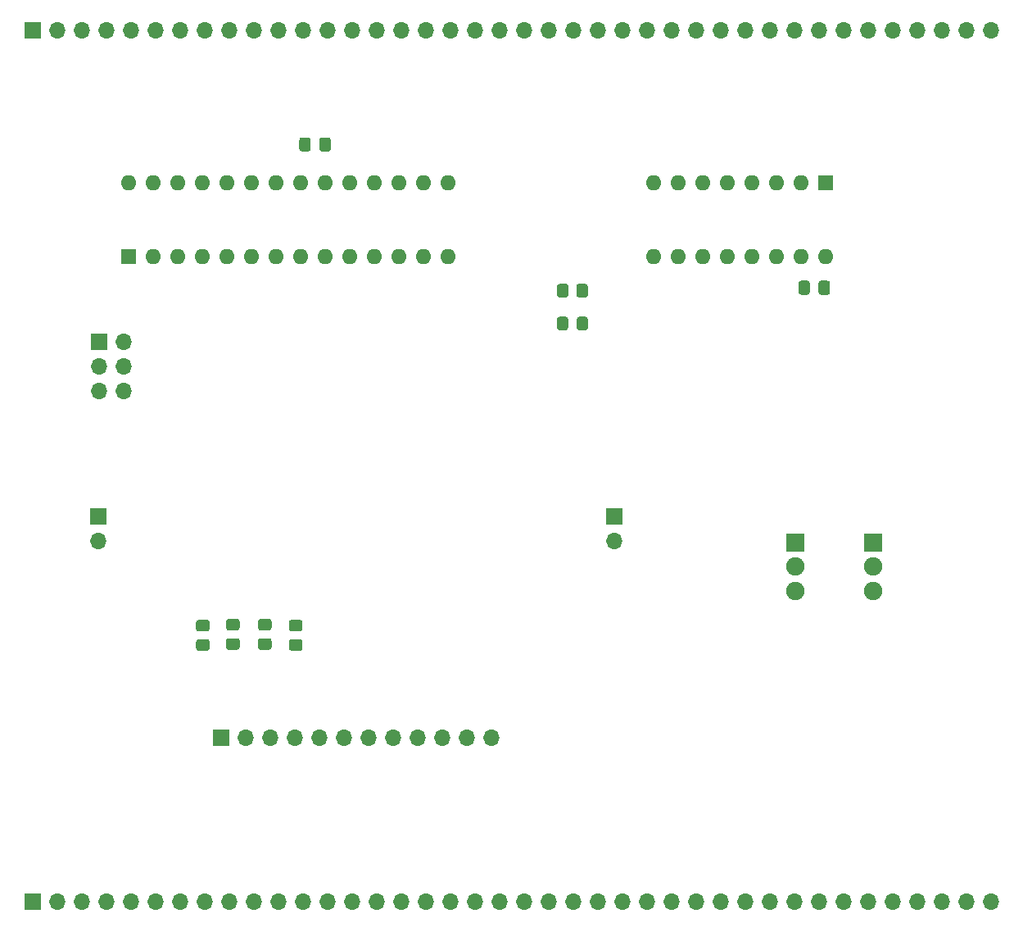
<source format=gts>
G04 #@! TF.GenerationSoftware,KiCad,Pcbnew,(5.1.9)-1*
G04 #@! TF.CreationDate,2022-07-23T12:13:44-04:00*
G04 #@! TF.ProjectId,output-led,6f757470-7574-42d6-9c65-642e6b696361,1.1*
G04 #@! TF.SameCoordinates,Original*
G04 #@! TF.FileFunction,Soldermask,Top*
G04 #@! TF.FilePolarity,Negative*
%FSLAX46Y46*%
G04 Gerber Fmt 4.6, Leading zero omitted, Abs format (unit mm)*
G04 Created by KiCad (PCBNEW (5.1.9)-1) date 2022-07-23 12:13:44*
%MOMM*%
%LPD*%
G01*
G04 APERTURE LIST*
%ADD10O,1.700000X1.700000*%
%ADD11R,1.700000X1.700000*%
%ADD12C,1.900000*%
%ADD13R,1.900000X1.900000*%
%ADD14O,1.600000X1.600000*%
%ADD15R,1.600000X1.600000*%
G04 APERTURE END LIST*
G36*
G01*
X104450001Y-108100000D02*
X103549999Y-108100000D01*
G75*
G02*
X103300000Y-107850001I0J249999D01*
G01*
X103300000Y-107149999D01*
G75*
G02*
X103549999Y-106900000I249999J0D01*
G01*
X104450001Y-106900000D01*
G75*
G02*
X104700000Y-107149999I0J-249999D01*
G01*
X104700000Y-107850001D01*
G75*
G02*
X104450001Y-108100000I-249999J0D01*
G01*
G37*
G36*
G01*
X104450001Y-110100000D02*
X103549999Y-110100000D01*
G75*
G02*
X103300000Y-109850001I0J249999D01*
G01*
X103300000Y-109149999D01*
G75*
G02*
X103549999Y-108900000I249999J0D01*
G01*
X104450001Y-108900000D01*
G75*
G02*
X104700000Y-109149999I0J-249999D01*
G01*
X104700000Y-109850001D01*
G75*
G02*
X104450001Y-110100000I-249999J0D01*
G01*
G37*
G36*
G01*
X107550001Y-108000000D02*
X106649999Y-108000000D01*
G75*
G02*
X106400000Y-107750001I0J249999D01*
G01*
X106400000Y-107049999D01*
G75*
G02*
X106649999Y-106800000I249999J0D01*
G01*
X107550001Y-106800000D01*
G75*
G02*
X107800000Y-107049999I0J-249999D01*
G01*
X107800000Y-107750001D01*
G75*
G02*
X107550001Y-108000000I-249999J0D01*
G01*
G37*
G36*
G01*
X107550001Y-110000000D02*
X106649999Y-110000000D01*
G75*
G02*
X106400000Y-109750001I0J249999D01*
G01*
X106400000Y-109049999D01*
G75*
G02*
X106649999Y-108800000I249999J0D01*
G01*
X107550001Y-108800000D01*
G75*
G02*
X107800000Y-109049999I0J-249999D01*
G01*
X107800000Y-109750001D01*
G75*
G02*
X107550001Y-110000000I-249999J0D01*
G01*
G37*
G36*
G01*
X110850001Y-108000000D02*
X109949999Y-108000000D01*
G75*
G02*
X109700000Y-107750001I0J249999D01*
G01*
X109700000Y-107049999D01*
G75*
G02*
X109949999Y-106800000I249999J0D01*
G01*
X110850001Y-106800000D01*
G75*
G02*
X111100000Y-107049999I0J-249999D01*
G01*
X111100000Y-107750001D01*
G75*
G02*
X110850001Y-108000000I-249999J0D01*
G01*
G37*
G36*
G01*
X110850001Y-110000000D02*
X109949999Y-110000000D01*
G75*
G02*
X109700000Y-109750001I0J249999D01*
G01*
X109700000Y-109049999D01*
G75*
G02*
X109949999Y-108800000I249999J0D01*
G01*
X110850001Y-108800000D01*
G75*
G02*
X111100000Y-109049999I0J-249999D01*
G01*
X111100000Y-109750001D01*
G75*
G02*
X110850001Y-110000000I-249999J0D01*
G01*
G37*
G36*
G01*
X114050001Y-108100000D02*
X113149999Y-108100000D01*
G75*
G02*
X112900000Y-107850001I0J249999D01*
G01*
X112900000Y-107149999D01*
G75*
G02*
X113149999Y-106900000I249999J0D01*
G01*
X114050001Y-106900000D01*
G75*
G02*
X114300000Y-107149999I0J-249999D01*
G01*
X114300000Y-107850001D01*
G75*
G02*
X114050001Y-108100000I-249999J0D01*
G01*
G37*
G36*
G01*
X114050001Y-110100000D02*
X113149999Y-110100000D01*
G75*
G02*
X112900000Y-109850001I0J249999D01*
G01*
X112900000Y-109149999D01*
G75*
G02*
X113149999Y-108900000I249999J0D01*
G01*
X114050001Y-108900000D01*
G75*
G02*
X114300000Y-109149999I0J-249999D01*
G01*
X114300000Y-109850001D01*
G75*
G02*
X114050001Y-110100000I-249999J0D01*
G01*
G37*
D10*
X146500000Y-98740000D03*
D11*
X146500000Y-96200000D03*
D10*
X93200000Y-98740000D03*
D11*
X93200000Y-96200000D03*
D12*
X165200000Y-103900000D03*
X165200000Y-101400000D03*
D13*
X165200000Y-98900000D03*
D12*
X173300000Y-103900000D03*
X173300000Y-101400000D03*
D13*
X173300000Y-98900000D03*
D14*
X168400000Y-69420000D03*
X150620000Y-61800000D03*
X165860000Y-69420000D03*
X153160000Y-61800000D03*
X163320000Y-69420000D03*
X155700000Y-61800000D03*
X160780000Y-69420000D03*
X158240000Y-61800000D03*
X158240000Y-69420000D03*
X160780000Y-61800000D03*
X155700000Y-69420000D03*
X163320000Y-61800000D03*
X153160000Y-69420000D03*
X165860000Y-61800000D03*
X150620000Y-69420000D03*
D15*
X168400000Y-61800000D03*
D14*
X96300000Y-61780000D03*
X129320000Y-69400000D03*
X98840000Y-61780000D03*
X126780000Y-69400000D03*
X101380000Y-61780000D03*
X124240000Y-69400000D03*
X103920000Y-61780000D03*
X121700000Y-69400000D03*
X106460000Y-61780000D03*
X119160000Y-69400000D03*
X109000000Y-61780000D03*
X116620000Y-69400000D03*
X111540000Y-61780000D03*
X114080000Y-69400000D03*
X114080000Y-61780000D03*
X111540000Y-69400000D03*
X116620000Y-61780000D03*
X109000000Y-69400000D03*
X119160000Y-61780000D03*
X106460000Y-69400000D03*
X121700000Y-61780000D03*
X103920000Y-69400000D03*
X124240000Y-61780000D03*
X101380000Y-69400000D03*
X126780000Y-61780000D03*
X98840000Y-69400000D03*
X129320000Y-61780000D03*
D15*
X96300000Y-69400000D03*
G36*
G01*
X141800000Y-72449999D02*
X141800000Y-73350001D01*
G75*
G02*
X141550001Y-73600000I-249999J0D01*
G01*
X140849999Y-73600000D01*
G75*
G02*
X140600000Y-73350001I0J249999D01*
G01*
X140600000Y-72449999D01*
G75*
G02*
X140849999Y-72200000I249999J0D01*
G01*
X141550001Y-72200000D01*
G75*
G02*
X141800000Y-72449999I0J-249999D01*
G01*
G37*
G36*
G01*
X143800000Y-72449999D02*
X143800000Y-73350001D01*
G75*
G02*
X143550001Y-73600000I-249999J0D01*
G01*
X142849999Y-73600000D01*
G75*
G02*
X142600000Y-73350001I0J249999D01*
G01*
X142600000Y-72449999D01*
G75*
G02*
X142849999Y-72200000I249999J0D01*
G01*
X143550001Y-72200000D01*
G75*
G02*
X143800000Y-72449999I0J-249999D01*
G01*
G37*
D10*
X133800000Y-119100000D03*
X131260000Y-119100000D03*
X128720000Y-119100000D03*
X126180000Y-119100000D03*
X123640000Y-119100000D03*
X121100000Y-119100000D03*
X118560000Y-119100000D03*
X116020000Y-119100000D03*
X113480000Y-119100000D03*
X110940000Y-119100000D03*
X108400000Y-119100000D03*
D11*
X105860000Y-119100000D03*
D10*
X95840000Y-83280000D03*
X93300000Y-83280000D03*
X95840000Y-80740000D03*
X93300000Y-80740000D03*
X95840000Y-78200000D03*
D11*
X93300000Y-78200000D03*
G36*
G01*
X142650000Y-76750001D02*
X142650000Y-75849999D01*
G75*
G02*
X142899999Y-75600000I249999J0D01*
G01*
X143550001Y-75600000D01*
G75*
G02*
X143800000Y-75849999I0J-249999D01*
G01*
X143800000Y-76750001D01*
G75*
G02*
X143550001Y-77000000I-249999J0D01*
G01*
X142899999Y-77000000D01*
G75*
G02*
X142650000Y-76750001I0J249999D01*
G01*
G37*
G36*
G01*
X140600000Y-76750001D02*
X140600000Y-75849999D01*
G75*
G02*
X140849999Y-75600000I249999J0D01*
G01*
X141500001Y-75600000D01*
G75*
G02*
X141750000Y-75849999I0J-249999D01*
G01*
X141750000Y-76750001D01*
G75*
G02*
X141500001Y-77000000I-249999J0D01*
G01*
X140849999Y-77000000D01*
G75*
G02*
X140600000Y-76750001I0J249999D01*
G01*
G37*
G36*
G01*
X167650000Y-73075000D02*
X167650000Y-72125000D01*
G75*
G02*
X167900000Y-71875000I250000J0D01*
G01*
X168575000Y-71875000D01*
G75*
G02*
X168825000Y-72125000I0J-250000D01*
G01*
X168825000Y-73075000D01*
G75*
G02*
X168575000Y-73325000I-250000J0D01*
G01*
X167900000Y-73325000D01*
G75*
G02*
X167650000Y-73075000I0J250000D01*
G01*
G37*
G36*
G01*
X165575000Y-73075000D02*
X165575000Y-72125000D01*
G75*
G02*
X165825000Y-71875000I250000J0D01*
G01*
X166500000Y-71875000D01*
G75*
G02*
X166750000Y-72125000I0J-250000D01*
G01*
X166750000Y-73075000D01*
G75*
G02*
X166500000Y-73325000I-250000J0D01*
G01*
X165825000Y-73325000D01*
G75*
G02*
X165575000Y-73075000I0J250000D01*
G01*
G37*
G36*
G01*
X116050000Y-58275000D02*
X116050000Y-57325000D01*
G75*
G02*
X116300000Y-57075000I250000J0D01*
G01*
X116975000Y-57075000D01*
G75*
G02*
X117225000Y-57325000I0J-250000D01*
G01*
X117225000Y-58275000D01*
G75*
G02*
X116975000Y-58525000I-250000J0D01*
G01*
X116300000Y-58525000D01*
G75*
G02*
X116050000Y-58275000I0J250000D01*
G01*
G37*
G36*
G01*
X113975000Y-58275000D02*
X113975000Y-57325000D01*
G75*
G02*
X114225000Y-57075000I250000J0D01*
G01*
X114900000Y-57075000D01*
G75*
G02*
X115150000Y-57325000I0J-250000D01*
G01*
X115150000Y-58275000D01*
G75*
G02*
X114900000Y-58525000I-250000J0D01*
G01*
X114225000Y-58525000D01*
G75*
G02*
X113975000Y-58275000I0J250000D01*
G01*
G37*
D10*
X185460000Y-136000000D03*
X182920000Y-136000000D03*
X180380000Y-136000000D03*
X177840000Y-136000000D03*
X175300000Y-136000000D03*
X172760000Y-136000000D03*
X170220000Y-136000000D03*
X167680000Y-136000000D03*
X165140000Y-136000000D03*
X162600000Y-136000000D03*
X160060000Y-136000000D03*
X157520000Y-136000000D03*
X154980000Y-136000000D03*
X152440000Y-136000000D03*
X149900000Y-136000000D03*
X147360000Y-136000000D03*
X144820000Y-136000000D03*
X142280000Y-136000000D03*
X139740000Y-136000000D03*
X137200000Y-136000000D03*
X134660000Y-136000000D03*
X132120000Y-136000000D03*
X129580000Y-136000000D03*
X127040000Y-136000000D03*
X124500000Y-136000000D03*
X121960000Y-136000000D03*
X119420000Y-136000000D03*
X116880000Y-136000000D03*
X114340000Y-136000000D03*
X111800000Y-136000000D03*
X109260000Y-136000000D03*
X106720000Y-136000000D03*
X104180000Y-136000000D03*
X101640000Y-136000000D03*
X99100000Y-136000000D03*
X96560000Y-136000000D03*
X94020000Y-136000000D03*
X91480000Y-136000000D03*
X88940000Y-136000000D03*
D11*
X86400000Y-136000000D03*
D10*
X185460000Y-46000000D03*
X182920000Y-46000000D03*
X180380000Y-46000000D03*
X177840000Y-46000000D03*
X175300000Y-46000000D03*
X172760000Y-46000000D03*
X170220000Y-46000000D03*
X167680000Y-46000000D03*
X165140000Y-46000000D03*
X162600000Y-46000000D03*
X160060000Y-46000000D03*
X157520000Y-46000000D03*
X154980000Y-46000000D03*
X152440000Y-46000000D03*
X149900000Y-46000000D03*
X147360000Y-46000000D03*
X144820000Y-46000000D03*
X142280000Y-46000000D03*
X139740000Y-46000000D03*
X137200000Y-46000000D03*
X134660000Y-46000000D03*
X132120000Y-46000000D03*
X129580000Y-46000000D03*
X127040000Y-46000000D03*
X124500000Y-46000000D03*
X121960000Y-46000000D03*
X119420000Y-46000000D03*
X116880000Y-46000000D03*
X114340000Y-46000000D03*
X111800000Y-46000000D03*
X109260000Y-46000000D03*
X106720000Y-46000000D03*
X104180000Y-46000000D03*
X101640000Y-46000000D03*
X99100000Y-46000000D03*
X96560000Y-46000000D03*
X94020000Y-46000000D03*
X91480000Y-46000000D03*
X88940000Y-46000000D03*
D11*
X86400000Y-46000000D03*
M02*

</source>
